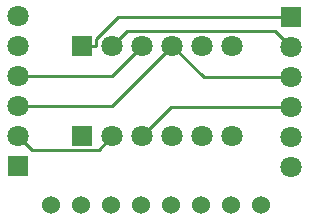
<source format=gtl>
G04 Layer: TopLayer*
G04 EasyEDA v6.3.22, 2020-01-02T15:01:47+01:00*
G04 c4e2bc18f26c4d9383367568540c3147,ba5f4a7848fa453cbffb73795f9272bb,10*
G04 Gerber Generator version 0.2*
G04 Scale: 100 percent, Rotated: No, Reflected: No *
G04 Dimensions in inches *
G04 leading zeros omitted , absolute positions ,2 integer and 4 decimal *
%FSLAX24Y24*%
%MOIN*%
G90*
G70D02*

%ADD10C,0.010000*%
%ADD11C,0.070866*%
%ADD12R,0.070866X0.070866*%
%ADD13C,0.060000*%

%LPD*%
G54D10*
G01X4014Y6250D02*
G01X4014Y6483D01*
G01X4731Y7200D01*
G01X10500Y7200D01*
G01X3550Y6250D02*
G01X4015Y6250D01*
G01X10500Y6200D02*
G01X9965Y6734D01*
G01X5033Y6734D01*
G01X4550Y6250D01*
G01X4550Y3250D02*
G01X4084Y2784D01*
G01X1865Y2784D01*
G01X1400Y3250D01*
G01X10500Y5200D02*
G01X7600Y5200D01*
G01X6550Y6250D01*
G01X6550Y6250D02*
G01X4550Y4250D01*
G01X1400Y4250D01*
G01X10500Y4200D02*
G01X6500Y4200D01*
G01X5550Y3250D01*
G01X5550Y6250D02*
G01X4550Y5250D01*
G01X1400Y5250D01*
G01X5550Y6250D02*
G01X4550Y5250D01*
G01X1300Y5250D01*
G54D11*
G01X1400Y7250D03*
G01X1400Y6250D03*
G01X1400Y5250D03*
G01X1400Y4250D03*
G01X1400Y3250D03*
G54D12*
G01X1400Y2250D03*
G54D11*
G01X8550Y3250D03*
G01X7550Y3250D03*
G01X6550Y3250D03*
G01X5550Y3250D03*
G01X4550Y3250D03*
G54D12*
G01X3550Y3250D03*
G54D11*
G01X10500Y2200D03*
G01X10500Y3200D03*
G01X10500Y4200D03*
G01X10500Y5200D03*
G01X10500Y6200D03*
G54D12*
G01X10500Y7200D03*
G54D11*
G01X8550Y6250D03*
G01X7550Y6250D03*
G01X6550Y6250D03*
G01X5550Y6250D03*
G01X4550Y6250D03*
G54D12*
G01X3550Y6250D03*
G54D13*
G01X9500Y950D03*
G01X8500Y950D03*
G01X7500Y950D03*
G01X6500Y950D03*
G01X5500Y950D03*
G01X4500Y950D03*
G01X3500Y950D03*
G01X2500Y950D03*
M00*
M02*

</source>
